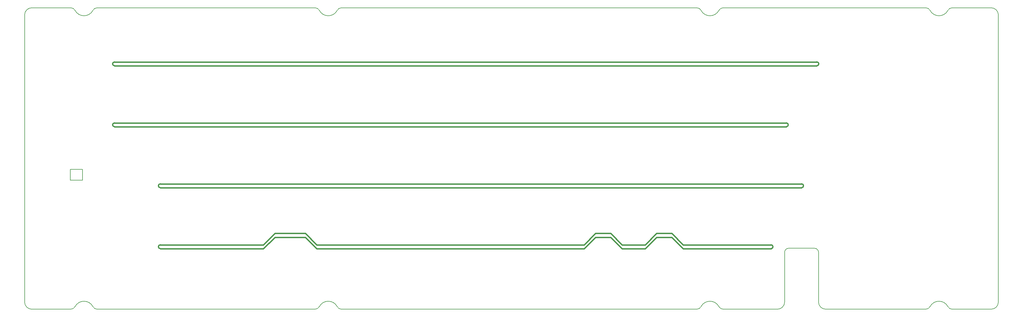
<source format=gbr>
G04 #@! TF.GenerationSoftware,KiCad,Pcbnew,(5.1.10)-1*
G04 #@! TF.CreationDate,2021-10-07T10:15:40+07:00*
G04 #@! TF.ProjectId,averange65,61766572-616e-4676-9536-352e6b696361,rev?*
G04 #@! TF.SameCoordinates,Original*
G04 #@! TF.FileFunction,Profile,NP*
%FSLAX46Y46*%
G04 Gerber Fmt 4.6, Leading zero omitted, Abs format (unit mm)*
G04 Created by KiCad (PCBNEW (5.1.10)-1) date 2021-10-07 10:15:40*
%MOMM*%
%LPD*%
G01*
G04 APERTURE LIST*
G04 #@! TA.AperFunction,Profile*
%ADD10C,0.400000*%
G04 #@! TD*
G04 #@! TA.AperFunction,Profile*
%ADD11C,0.150000*%
G04 #@! TD*
G04 APERTURE END LIST*
D10*
X178435870Y-109446130D02*
X183198390Y-109446130D01*
X178435870Y-110646130D02*
X183198390Y-110646130D01*
X42704050Y-114218020D02*
G75*
G02*
X42704050Y-113018020I0J600000D01*
G01*
X193914060Y-113018020D02*
X197485950Y-109446130D01*
X78422950Y-109446130D02*
X87947990Y-109446130D01*
X42704050Y-113018020D02*
X74851060Y-113018020D01*
X74851060Y-113018020D02*
X78422950Y-109446130D01*
X183198390Y-109446130D02*
X186770280Y-113018020D01*
X87947990Y-109446130D02*
X91519880Y-113018020D01*
X174863980Y-113018020D02*
X178435870Y-109446130D01*
X174863980Y-113018020D02*
X91519880Y-113018020D01*
X193914060Y-113018020D02*
X186770280Y-113018020D01*
X193914060Y-114218020D02*
X197485950Y-110646130D01*
X197485950Y-110646130D02*
X202248470Y-110646130D01*
X197485950Y-109446130D02*
X202248470Y-109446130D01*
X87947990Y-110646130D02*
X91519880Y-114218020D01*
X202248470Y-109446130D02*
X205820360Y-113018020D01*
X202248470Y-110646130D02*
X205820360Y-114218020D01*
X174863980Y-114218020D02*
X178435870Y-110646130D01*
X174863980Y-114218020D02*
X91519880Y-114218020D01*
X233204326Y-113017680D02*
X205820360Y-113018020D01*
X233204326Y-113017680D02*
G75*
G02*
X233204326Y-114217680I0J-600000D01*
G01*
X193914060Y-114218020D02*
X186770280Y-114218020D01*
X233204326Y-114217680D02*
X205820360Y-114218020D01*
X242729374Y-93967596D02*
X42704210Y-93967608D01*
X42704210Y-95167608D02*
G75*
G02*
X42704210Y-93967608I0J600000D01*
G01*
X242729374Y-93967596D02*
G75*
G02*
X242729374Y-95167596I0J-600000D01*
G01*
X242729374Y-95167596D02*
X42704210Y-95167608D01*
X237966494Y-74917512D02*
G75*
G02*
X237966494Y-76117512I0J-600000D01*
G01*
X237966494Y-74917512D02*
X28416330Y-74917524D01*
X237966494Y-76117512D02*
X28416330Y-76117524D01*
X28416330Y-76117524D02*
G75*
G02*
X28416330Y-74917524I0J600000D01*
G01*
X247491434Y-55867500D02*
G75*
G02*
X247491434Y-57067500I0J-600000D01*
G01*
X247491434Y-57067500D02*
X28416270Y-57067512D01*
X247491434Y-55867500D02*
X28416270Y-55867512D01*
X28416270Y-57067512D02*
G75*
G02*
X28416270Y-55867512I0J600000D01*
G01*
D11*
X92296642Y-132334997D02*
G75*
G02*
X90966126Y-133142374I-1330516J692623D01*
G01*
X99213346Y-133142437D02*
G75*
G02*
X97882268Y-132335986I-1044J1500000D01*
G01*
X210028626Y-38942374D02*
X99213346Y-38942437D01*
X99213346Y-133142437D02*
X210028626Y-133142374D01*
X235190241Y-133142437D02*
X218275846Y-133142437D01*
X210028626Y-38942374D02*
G75*
G02*
X211359704Y-39748825I1044J-1500000D01*
G01*
X216945330Y-39749814D02*
G75*
G02*
X218275846Y-38942437I1330516J-692623D01*
G01*
X216945330Y-39749814D02*
G75*
G02*
X211359704Y-39748825I-2792555J1457440D01*
G01*
X281467135Y-38942437D02*
X218275846Y-38942437D01*
X282797651Y-132335060D02*
G75*
G02*
X288383277Y-132336049I2792555J-1457440D01*
G01*
X289714355Y-133142500D02*
G75*
G02*
X288383277Y-132336049I-1044J1500000D01*
G01*
X282797651Y-132335060D02*
G75*
G02*
X281467135Y-133142437I-1330516J692623D01*
G01*
X301866250Y-133142500D02*
X289714355Y-133142500D01*
X92296642Y-132334997D02*
G75*
G02*
X97882268Y-132335986I2792555J-1457440D01*
G01*
X23012337Y-133142374D02*
X90966126Y-133142374D01*
X16095633Y-132334934D02*
G75*
G02*
X14765117Y-133142311I-1330516J692623D01*
G01*
X23012337Y-133142374D02*
G75*
G02*
X21681259Y-132335923I-1044J1500000D01*
G01*
X16095633Y-132334934D02*
G75*
G02*
X21681259Y-132335923I2792555J-1457440D01*
G01*
X14765117Y-133142311D02*
X2613223Y-133142311D01*
X23012337Y-38942374D02*
X90966126Y-38942374D01*
X363223Y-41192311D02*
G75*
G02*
X2613223Y-38942311I2250000J0D01*
G01*
X21681821Y-39749751D02*
G75*
G02*
X23012337Y-38942374I1330516J-692623D01*
G01*
X14765117Y-38942311D02*
G75*
G02*
X16096195Y-39748762I1044J-1500000D01*
G01*
X21681821Y-39749751D02*
G75*
G02*
X16096195Y-39748762I-2792555J1457440D01*
G01*
X281467135Y-38942437D02*
G75*
G02*
X282798213Y-39748888I1044J-1500000D01*
G01*
X288383839Y-39749877D02*
G75*
G02*
X289714355Y-38942500I1330516J-692623D01*
G01*
X288383839Y-39749877D02*
G75*
G02*
X282798213Y-39748888I-2792555J1457440D01*
G01*
X90966126Y-38942374D02*
G75*
G02*
X92297204Y-39748825I1044J-1500000D01*
G01*
X97882830Y-39749814D02*
G75*
G02*
X99213346Y-38942437I1330516J-692623D01*
G01*
X97882830Y-39749814D02*
G75*
G02*
X92297204Y-39748825I-2792555J1457440D01*
G01*
X14765117Y-38942311D02*
X2613223Y-38942311D01*
X218275846Y-133142437D02*
G75*
G02*
X216944768Y-132335986I-1044J1500000D01*
G01*
X211359142Y-132334997D02*
G75*
G02*
X210028626Y-133142374I-1330516J692623D01*
G01*
X211359142Y-132334997D02*
G75*
G02*
X216944768Y-132335986I2792555J-1457440D01*
G01*
D10*
X183198390Y-110646130D02*
X186770280Y-114218020D01*
X42704050Y-114218020D02*
X74851060Y-114218020D01*
X78422950Y-110646130D02*
X87947990Y-110646130D01*
X74851060Y-114218020D02*
X78422950Y-110646130D01*
D11*
X363223Y-130892311D02*
X363223Y-41192311D01*
X237440241Y-115342437D02*
X237440241Y-130892437D01*
X237440241Y-115342437D02*
G75*
G02*
X238690241Y-114092437I1250000J0D01*
G01*
X246765241Y-114092437D02*
G75*
G02*
X248015241Y-115342437I0J-1250000D01*
G01*
X2613223Y-133142311D02*
G75*
G02*
X363223Y-130892311I0J2250000D01*
G01*
X250265241Y-133142437D02*
G75*
G02*
X248015241Y-130892437I0J2250000D01*
G01*
X237440241Y-130892437D02*
G75*
G02*
X235190241Y-133142437I-2250000J0D01*
G01*
X304116250Y-130892500D02*
G75*
G02*
X301866250Y-133142500I-2250000J0D01*
G01*
X301866250Y-38942500D02*
G75*
G02*
X304116250Y-41192500I0J-2250000D01*
G01*
X238690241Y-114092437D02*
X246765241Y-114092437D01*
X248015241Y-115342437D02*
X248015241Y-130892437D01*
X304116250Y-130892500D02*
X304116250Y-41192500D01*
X281467135Y-133142437D02*
X250265241Y-133142437D01*
X301866250Y-38942500D02*
X289714355Y-38942500D01*
X14610030Y-89422608D02*
X18410030Y-89422608D01*
X14610030Y-89422608D02*
X14610030Y-92822608D01*
X14610030Y-92822608D02*
X18410030Y-92822608D01*
X18410030Y-89422608D02*
X18410030Y-92822608D01*
M02*

</source>
